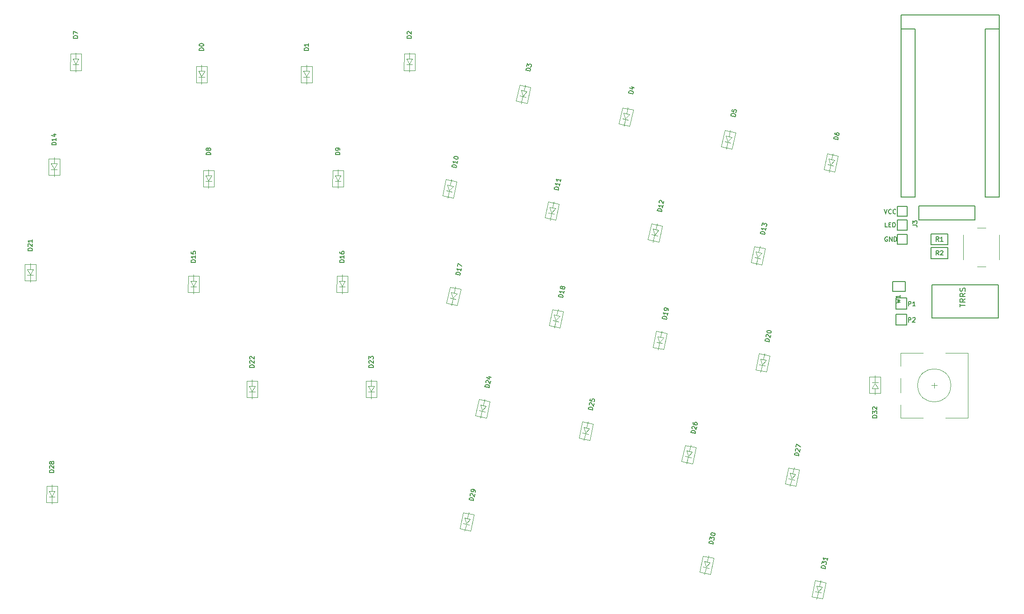
<source format=gto>
G04 #@! TF.GenerationSoftware,KiCad,Pcbnew,(5.1.6)-1*
G04 #@! TF.CreationDate,2020-07-24T14:43:52-07:00*
G04 #@! TF.ProjectId,Alipt-Keyboard-Left,416c6970-742d-44b6-9579-626f6172642d,rev?*
G04 #@! TF.SameCoordinates,Original*
G04 #@! TF.FileFunction,Legend,Top*
G04 #@! TF.FilePolarity,Positive*
%FSLAX46Y46*%
G04 Gerber Fmt 4.6, Leading zero omitted, Abs format (unit mm)*
G04 Created by KiCad (PCBNEW (5.1.6)-1) date 2020-07-24 14:43:52*
%MOMM*%
%LPD*%
G01*
G04 APERTURE LIST*
%ADD10C,0.150000*%
%ADD11C,0.120000*%
%ADD12C,0.152400*%
G04 APERTURE END LIST*
D10*
X228711499Y-78691245D02*
X231251499Y-78691245D01*
X216011499Y-48211245D02*
X213471499Y-48211245D01*
X213471499Y-48211245D02*
X213471499Y-78691245D01*
X213471499Y-45671245D02*
X213471499Y-78691245D01*
X231251499Y-45671245D02*
X213471499Y-45671245D01*
X213471499Y-78691245D02*
X216011499Y-78691245D01*
X231251499Y-48211245D02*
X228711499Y-48211245D01*
X231251499Y-78691245D02*
X231251499Y-45671245D01*
X228711499Y-48211245D02*
X228711499Y-78691245D01*
X216011499Y-78691245D02*
X216011499Y-48211245D01*
X231251499Y-78691245D02*
X231251499Y-48211245D01*
D11*
X208194500Y-112326000D02*
X209274500Y-112326000D01*
X208194500Y-113376000D02*
X209274500Y-113376000D01*
X208724500Y-112436000D02*
X208194500Y-113346000D01*
X208734500Y-112426000D02*
X209274500Y-113376000D01*
X207724500Y-111296000D02*
X209724500Y-111296000D01*
X208734500Y-111036000D02*
X208734500Y-112316000D01*
X208734500Y-114496000D02*
X208734500Y-113376000D01*
X207724500Y-114286000D02*
X209714500Y-114286000D01*
X209724500Y-111296000D02*
X209714500Y-114286000D01*
X207724500Y-111306000D02*
X207724500Y-114276000D01*
X198956002Y-150430117D02*
X197899602Y-150205573D01*
X199174309Y-149403062D02*
X198117909Y-149178518D01*
X198460454Y-150212328D02*
X199168071Y-149432407D01*
X198448593Y-150220030D02*
X198117909Y-149178518D01*
X199201582Y-151535328D02*
X197245287Y-151119504D01*
X198159596Y-151579655D02*
X198425723Y-150327626D01*
X198878970Y-148195265D02*
X198646109Y-149290790D01*
X199823238Y-148610666D02*
X197876724Y-148196922D01*
X197245287Y-151119504D02*
X197876724Y-148196922D01*
X199203661Y-151525546D02*
X199821159Y-148620448D01*
X178636002Y-145985117D02*
X177579602Y-145760573D01*
X178854309Y-144958062D02*
X177797909Y-144733518D01*
X178140454Y-145767328D02*
X178848071Y-144987407D01*
X178128593Y-145775030D02*
X177797909Y-144733518D01*
X178881582Y-147090328D02*
X176925287Y-146674504D01*
X177839596Y-147134655D02*
X178105723Y-145882626D01*
X178558970Y-143750265D02*
X178326109Y-144845790D01*
X179503238Y-144165666D02*
X177556724Y-143751922D01*
X176925287Y-146674504D02*
X177556724Y-143751922D01*
X178883661Y-147080546D02*
X179501159Y-144175448D01*
X135202002Y-138111117D02*
X134145602Y-137886573D01*
X135420309Y-137084062D02*
X134363909Y-136859518D01*
X134706454Y-137893328D02*
X135414071Y-137113407D01*
X134694593Y-137901030D02*
X134363909Y-136859518D01*
X135447582Y-139216328D02*
X133491287Y-138800504D01*
X134405596Y-139260655D02*
X134671723Y-138008626D01*
X135124970Y-135876265D02*
X134892109Y-136971790D01*
X136069238Y-136291666D02*
X134122724Y-135877922D01*
X133491287Y-138800504D02*
X134122724Y-135877922D01*
X135449661Y-139206546D02*
X136067159Y-136301448D01*
X60156500Y-133038000D02*
X59076500Y-133038000D01*
X60156500Y-131988000D02*
X59076500Y-131988000D01*
X59626500Y-132928000D02*
X60156500Y-132018000D01*
X59616500Y-132938000D02*
X59076500Y-131988000D01*
X60626500Y-134068000D02*
X58626500Y-134068000D01*
X59616500Y-134328000D02*
X59616500Y-133048000D01*
X59616500Y-130868000D02*
X59616500Y-131988000D01*
X60626500Y-131078000D02*
X58636500Y-131078000D01*
X58626500Y-134068000D02*
X58636500Y-131078000D01*
X60626500Y-134058000D02*
X60626500Y-131088000D01*
X194130002Y-129983117D02*
X193073602Y-129758573D01*
X194348309Y-128956062D02*
X193291909Y-128731518D01*
X193634454Y-129765328D02*
X194342071Y-128985407D01*
X193622593Y-129773030D02*
X193291909Y-128731518D01*
X194375582Y-131088328D02*
X192419287Y-130672504D01*
X193333596Y-131132655D02*
X193599723Y-129880626D01*
X194052970Y-127748265D02*
X193820109Y-128843790D01*
X194997238Y-128163666D02*
X193050724Y-127749922D01*
X192419287Y-130672504D02*
X193050724Y-127749922D01*
X194377661Y-131078546D02*
X194995159Y-128173448D01*
X175397502Y-125919117D02*
X174341102Y-125694573D01*
X175615809Y-124892062D02*
X174559409Y-124667518D01*
X174901954Y-125701328D02*
X175609571Y-124921407D01*
X174890093Y-125709030D02*
X174559409Y-124667518D01*
X175643082Y-127024328D02*
X173686787Y-126608504D01*
X174601096Y-127068655D02*
X174867223Y-125816626D01*
X175320470Y-123684265D02*
X175087609Y-124779790D01*
X176264738Y-124099666D02*
X174318224Y-123685922D01*
X173686787Y-126608504D02*
X174318224Y-123685922D01*
X175645161Y-127014546D02*
X176262659Y-124109448D01*
X156792002Y-121664617D02*
X155735602Y-121440073D01*
X157010309Y-120637562D02*
X155953909Y-120413018D01*
X156296454Y-121446828D02*
X157004071Y-120666907D01*
X156284593Y-121454530D02*
X155953909Y-120413018D01*
X157037582Y-122769828D02*
X155081287Y-122354004D01*
X155995596Y-122814155D02*
X156261723Y-121562126D01*
X156714970Y-119429765D02*
X156482109Y-120525290D01*
X157659238Y-119845166D02*
X155712724Y-119431422D01*
X155081287Y-122354004D02*
X155712724Y-119431422D01*
X157039661Y-122760046D02*
X157657159Y-119854948D01*
X138059502Y-117600617D02*
X137003102Y-117376073D01*
X138277809Y-116573562D02*
X137221409Y-116349018D01*
X137563954Y-117382828D02*
X138271571Y-116602907D01*
X137552093Y-117390530D02*
X137221409Y-116349018D01*
X138305082Y-118705828D02*
X136348787Y-118290004D01*
X137263096Y-118750155D02*
X137529223Y-117498126D01*
X137982470Y-115365765D02*
X137749609Y-116461290D01*
X138926738Y-115781166D02*
X136980224Y-115367422D01*
X136348787Y-118290004D02*
X136980224Y-115367422D01*
X138307161Y-118696046D02*
X138924659Y-115790948D01*
X118005000Y-113988000D02*
X116925000Y-113988000D01*
X118005000Y-112938000D02*
X116925000Y-112938000D01*
X117475000Y-113878000D02*
X118005000Y-112968000D01*
X117465000Y-113888000D02*
X116925000Y-112938000D01*
X118475000Y-115018000D02*
X116475000Y-115018000D01*
X117465000Y-115278000D02*
X117465000Y-113998000D01*
X117465000Y-111818000D02*
X117465000Y-112938000D01*
X118475000Y-112028000D02*
X116485000Y-112028000D01*
X116475000Y-115018000D02*
X116485000Y-112028000D01*
X118475000Y-115008000D02*
X118475000Y-112038000D01*
X96415000Y-113988000D02*
X95335000Y-113988000D01*
X96415000Y-112938000D02*
X95335000Y-112938000D01*
X95885000Y-113878000D02*
X96415000Y-112968000D01*
X95875000Y-113888000D02*
X95335000Y-112938000D01*
X96885000Y-115018000D02*
X94885000Y-115018000D01*
X95875000Y-115278000D02*
X95875000Y-113998000D01*
X95875000Y-111818000D02*
X95875000Y-112938000D01*
X96885000Y-112028000D02*
X94895000Y-112028000D01*
X94885000Y-115018000D02*
X94895000Y-112028000D01*
X96885000Y-115008000D02*
X96885000Y-112038000D01*
X56219500Y-92842500D02*
X55139500Y-92842500D01*
X56219500Y-91792500D02*
X55139500Y-91792500D01*
X55689500Y-92732500D02*
X56219500Y-91822500D01*
X55679500Y-92742500D02*
X55139500Y-91792500D01*
X56689500Y-93872500D02*
X54689500Y-93872500D01*
X55679500Y-94132500D02*
X55679500Y-92852500D01*
X55679500Y-90672500D02*
X55679500Y-91792500D01*
X56689500Y-90882500D02*
X54699500Y-90882500D01*
X54689500Y-93872500D02*
X54699500Y-90882500D01*
X56689500Y-93862500D02*
X56689500Y-90892500D01*
X188796002Y-109282117D02*
X187739602Y-109057573D01*
X189014309Y-108255062D02*
X187957909Y-108030518D01*
X188300454Y-109064328D02*
X189008071Y-108284407D01*
X188288593Y-109072030D02*
X187957909Y-108030518D01*
X189041582Y-110387328D02*
X187085287Y-109971504D01*
X187999596Y-110431655D02*
X188265723Y-109179626D01*
X188718970Y-107047265D02*
X188486109Y-108142790D01*
X189663238Y-107462666D02*
X187716724Y-107048922D01*
X187085287Y-109971504D02*
X187716724Y-107048922D01*
X189043661Y-110377546D02*
X189661159Y-107472448D01*
X170190502Y-105218117D02*
X169134102Y-104993573D01*
X170408809Y-104191062D02*
X169352409Y-103966518D01*
X169694954Y-105000328D02*
X170402571Y-104220407D01*
X169683093Y-105008030D02*
X169352409Y-103966518D01*
X170436082Y-106323328D02*
X168479787Y-105907504D01*
X169394096Y-106367655D02*
X169660223Y-105115626D01*
X170113470Y-102983265D02*
X169880609Y-104078790D01*
X171057738Y-103398666D02*
X169111224Y-102984922D01*
X168479787Y-105907504D02*
X169111224Y-102984922D01*
X170438161Y-106313546D02*
X171055659Y-103408448D01*
X151394502Y-101281117D02*
X150338102Y-101056573D01*
X151612809Y-100254062D02*
X150556409Y-100029518D01*
X150898954Y-101063328D02*
X151606571Y-100283407D01*
X150887093Y-101071030D02*
X150556409Y-100029518D01*
X151640082Y-102386328D02*
X149683787Y-101970504D01*
X150598096Y-102430655D02*
X150864223Y-101178626D01*
X151317470Y-99046265D02*
X151084609Y-100141790D01*
X152261738Y-99461666D02*
X150315224Y-99047922D01*
X149683787Y-101970504D02*
X150315224Y-99047922D01*
X151642161Y-102376546D02*
X152259659Y-99471448D01*
X132789002Y-97217117D02*
X131732602Y-96992573D01*
X133007309Y-96190062D02*
X131950909Y-95965518D01*
X132293454Y-96999328D02*
X133001071Y-96219407D01*
X132281593Y-97007030D02*
X131950909Y-95965518D01*
X133034582Y-98322328D02*
X131078287Y-97906504D01*
X131992596Y-98366655D02*
X132258723Y-97114626D01*
X132711970Y-94982265D02*
X132479109Y-96077790D01*
X133656238Y-95397666D02*
X131709724Y-94983922D01*
X131078287Y-97906504D02*
X131709724Y-94983922D01*
X133036661Y-98312546D02*
X133654159Y-95407448D01*
X112734500Y-94938000D02*
X111654500Y-94938000D01*
X112734500Y-93888000D02*
X111654500Y-93888000D01*
X112204500Y-94828000D02*
X112734500Y-93918000D01*
X112194500Y-94838000D02*
X111654500Y-93888000D01*
X113204500Y-95968000D02*
X111204500Y-95968000D01*
X112194500Y-96228000D02*
X112194500Y-94948000D01*
X112194500Y-92768000D02*
X112194500Y-93888000D01*
X113204500Y-92978000D02*
X111214500Y-92978000D01*
X111204500Y-95968000D02*
X111214500Y-92978000D01*
X113204500Y-95958000D02*
X113204500Y-92988000D01*
X85810500Y-94938000D02*
X84730500Y-94938000D01*
X85810500Y-93888000D02*
X84730500Y-93888000D01*
X85280500Y-94828000D02*
X85810500Y-93918000D01*
X85270500Y-94838000D02*
X84730500Y-93888000D01*
X86280500Y-95968000D02*
X84280500Y-95968000D01*
X85270500Y-96228000D02*
X85270500Y-94948000D01*
X85270500Y-92768000D02*
X85270500Y-93888000D01*
X86280500Y-92978000D02*
X84290500Y-92978000D01*
X84280500Y-95968000D02*
X84290500Y-92978000D01*
X86280500Y-95958000D02*
X86280500Y-92988000D01*
X60537500Y-73665500D02*
X59457500Y-73665500D01*
X60537500Y-72615500D02*
X59457500Y-72615500D01*
X60007500Y-73555500D02*
X60537500Y-72645500D01*
X59997500Y-73565500D02*
X59457500Y-72615500D01*
X61007500Y-74695500D02*
X59007500Y-74695500D01*
X59997500Y-74955500D02*
X59997500Y-73675500D01*
X59997500Y-71495500D02*
X59997500Y-72615500D01*
X61007500Y-71705500D02*
X59017500Y-71705500D01*
X59007500Y-74695500D02*
X59017500Y-71705500D01*
X61007500Y-74685500D02*
X61007500Y-71715500D01*
X187970502Y-89851117D02*
X186914102Y-89626573D01*
X188188809Y-88824062D02*
X187132409Y-88599518D01*
X187474954Y-89633328D02*
X188182571Y-88853407D01*
X187463093Y-89641030D02*
X187132409Y-88599518D01*
X188216082Y-90956328D02*
X186259787Y-90540504D01*
X187174096Y-91000655D02*
X187440223Y-89748626D01*
X187893470Y-87616265D02*
X187660609Y-88711790D01*
X188837738Y-88031666D02*
X186891224Y-87617922D01*
X186259787Y-90540504D02*
X186891224Y-87617922D01*
X188218161Y-90946546D02*
X188835659Y-88041448D01*
X169301502Y-85723617D02*
X168245102Y-85499073D01*
X169519809Y-84696562D02*
X168463409Y-84472018D01*
X168805954Y-85505828D02*
X169513571Y-84725907D01*
X168794093Y-85513530D02*
X168463409Y-84472018D01*
X169547082Y-86828828D02*
X167590787Y-86413004D01*
X168505096Y-86873155D02*
X168771223Y-85621126D01*
X169224470Y-83488765D02*
X168991609Y-84584290D01*
X170168738Y-83904166D02*
X168222224Y-83490422D01*
X167590787Y-86413004D02*
X168222224Y-83490422D01*
X169549161Y-86819046D02*
X170166659Y-83913948D01*
X150622454Y-81758864D02*
X149566054Y-81534320D01*
X150840761Y-80731809D02*
X149784361Y-80507265D01*
X150126906Y-81541075D02*
X150834523Y-80761154D01*
X150115045Y-81548777D02*
X149784361Y-80507265D01*
X150868034Y-82864075D02*
X148911739Y-82448251D01*
X149826048Y-82908402D02*
X150092175Y-81656373D01*
X150545422Y-79524012D02*
X150312561Y-80619537D01*
X151489690Y-79939413D02*
X149543176Y-79525669D01*
X148911739Y-82448251D02*
X149543176Y-79525669D01*
X150870113Y-82854293D02*
X151487611Y-79949195D01*
X132090502Y-77722617D02*
X131034102Y-77498073D01*
X132308809Y-76695562D02*
X131252409Y-76471018D01*
X131594954Y-77504828D02*
X132302571Y-76724907D01*
X131583093Y-77512530D02*
X131252409Y-76471018D01*
X132336082Y-78827828D02*
X130379787Y-78412004D01*
X131294096Y-78872155D02*
X131560223Y-77620126D01*
X132013470Y-75487765D02*
X131780609Y-76583290D01*
X132957738Y-75903166D02*
X131011224Y-75489422D01*
X130379787Y-78412004D02*
X131011224Y-75489422D01*
X132338161Y-78818046D02*
X132955659Y-75912948D01*
X112442500Y-76844500D02*
X112442500Y-73874500D01*
X110442500Y-76854500D02*
X110452500Y-73864500D01*
X112442500Y-73864500D02*
X110452500Y-73864500D01*
X111432500Y-73654500D02*
X111432500Y-74774500D01*
X111432500Y-77114500D02*
X111432500Y-75834500D01*
X112442500Y-76854500D02*
X110442500Y-76854500D01*
X111432500Y-75724500D02*
X110892500Y-74774500D01*
X111442500Y-75714500D02*
X111972500Y-74804500D01*
X111972500Y-74774500D02*
X110892500Y-74774500D01*
X111972500Y-75824500D02*
X110892500Y-75824500D01*
X88541000Y-75824500D02*
X87461000Y-75824500D01*
X88541000Y-74774500D02*
X87461000Y-74774500D01*
X88011000Y-75714500D02*
X88541000Y-74804500D01*
X88001000Y-75724500D02*
X87461000Y-74774500D01*
X89011000Y-76854500D02*
X87011000Y-76854500D01*
X88001000Y-77114500D02*
X88001000Y-75834500D01*
X88001000Y-73654500D02*
X88001000Y-74774500D01*
X89011000Y-73864500D02*
X87021000Y-73864500D01*
X87011000Y-76854500D02*
X87021000Y-73864500D01*
X89011000Y-76844500D02*
X89011000Y-73874500D01*
X64474500Y-54679000D02*
X63394500Y-54679000D01*
X64474500Y-53629000D02*
X63394500Y-53629000D01*
X63944500Y-54569000D02*
X64474500Y-53659000D01*
X63934500Y-54579000D02*
X63394500Y-53629000D01*
X64944500Y-55709000D02*
X62944500Y-55709000D01*
X63934500Y-55969000D02*
X63934500Y-54689000D01*
X63934500Y-52509000D02*
X63934500Y-53629000D01*
X64944500Y-52719000D02*
X62954500Y-52719000D01*
X62944500Y-55709000D02*
X62954500Y-52719000D01*
X64944500Y-55699000D02*
X64944500Y-52729000D01*
X201178502Y-73023617D02*
X200122102Y-72799073D01*
X201396809Y-71996562D02*
X200340409Y-71772018D01*
X200682954Y-72805828D02*
X201390571Y-72025907D01*
X200671093Y-72813530D02*
X200340409Y-71772018D01*
X201424082Y-74128828D02*
X199467787Y-73713004D01*
X200382096Y-74173155D02*
X200648223Y-72921126D01*
X201101470Y-70788765D02*
X200868609Y-71884290D01*
X202045738Y-71204166D02*
X200099224Y-70790422D01*
X199467787Y-73713004D02*
X200099224Y-70790422D01*
X201426161Y-74119046D02*
X202043659Y-71213948D01*
X182573002Y-68832617D02*
X181516602Y-68608073D01*
X182791309Y-67805562D02*
X181734909Y-67581018D01*
X182077454Y-68614828D02*
X182785071Y-67834907D01*
X182065593Y-68622530D02*
X181734909Y-67581018D01*
X182818582Y-69937828D02*
X180862287Y-69522004D01*
X181776596Y-69982155D02*
X182042723Y-68730126D01*
X182495970Y-66597765D02*
X182263109Y-67693290D01*
X183440238Y-67013166D02*
X181493724Y-66599422D01*
X180862287Y-69522004D02*
X181493724Y-66599422D01*
X182820661Y-69928046D02*
X183438159Y-67022948D01*
X164031002Y-64705117D02*
X162974602Y-64480573D01*
X164249309Y-63678062D02*
X163192909Y-63453518D01*
X163535454Y-64487328D02*
X164243071Y-63707407D01*
X163523593Y-64495030D02*
X163192909Y-63453518D01*
X164276582Y-65810328D02*
X162320287Y-65394504D01*
X163234596Y-65854655D02*
X163500723Y-64602626D01*
X163953970Y-62470265D02*
X163721109Y-63565790D01*
X164898238Y-62885666D02*
X162951724Y-62471922D01*
X162320287Y-65394504D02*
X162951724Y-62471922D01*
X164278661Y-65800546D02*
X164896159Y-62895448D01*
X145425502Y-60577617D02*
X144369102Y-60353073D01*
X145643809Y-59550562D02*
X144587409Y-59326018D01*
X144929954Y-60359828D02*
X145637571Y-59579907D01*
X144918093Y-60367530D02*
X144587409Y-59326018D01*
X145671082Y-61682828D02*
X143714787Y-61267004D01*
X144629096Y-61727155D02*
X144895223Y-60475126D01*
X145348470Y-58342765D02*
X145115609Y-59438290D01*
X146292738Y-58758166D02*
X144346224Y-58344422D01*
X143714787Y-61267004D02*
X144346224Y-58344422D01*
X145673161Y-61673046D02*
X146290659Y-58767948D01*
X124926500Y-54679000D02*
X123846500Y-54679000D01*
X124926500Y-53629000D02*
X123846500Y-53629000D01*
X124396500Y-54569000D02*
X124926500Y-53659000D01*
X124386500Y-54579000D02*
X123846500Y-53629000D01*
X125396500Y-55709000D02*
X123396500Y-55709000D01*
X124386500Y-55969000D02*
X124386500Y-54689000D01*
X124386500Y-52509000D02*
X124386500Y-53629000D01*
X125396500Y-52719000D02*
X123406500Y-52719000D01*
X123396500Y-55709000D02*
X123406500Y-52719000D01*
X125396500Y-55699000D02*
X125396500Y-52729000D01*
X106257500Y-56901500D02*
X105177500Y-56901500D01*
X106257500Y-55851500D02*
X105177500Y-55851500D01*
X105727500Y-56791500D02*
X106257500Y-55881500D01*
X105717500Y-56801500D02*
X105177500Y-55851500D01*
X106727500Y-57931500D02*
X104727500Y-57931500D01*
X105717500Y-58191500D02*
X105717500Y-56911500D01*
X105717500Y-54731500D02*
X105717500Y-55851500D01*
X106727500Y-54941500D02*
X104737500Y-54941500D01*
X104727500Y-57931500D02*
X104737500Y-54941500D01*
X106727500Y-57921500D02*
X106727500Y-54951500D01*
X87271000Y-56901500D02*
X86191000Y-56901500D01*
X87271000Y-55851500D02*
X86191000Y-55851500D01*
X86741000Y-56791500D02*
X87271000Y-55881500D01*
X86731000Y-56801500D02*
X86191000Y-55851500D01*
X87741000Y-57931500D02*
X85741000Y-57931500D01*
X86731000Y-58191500D02*
X86731000Y-56911500D01*
X86731000Y-54731500D02*
X86731000Y-55851500D01*
X87741000Y-54941500D02*
X85751000Y-54941500D01*
X85741000Y-57931500D02*
X85751000Y-54941500D01*
X87741000Y-57921500D02*
X87741000Y-54951500D01*
D10*
X212777501Y-85456501D02*
X214577501Y-85456501D01*
X212777501Y-80356501D02*
X214577501Y-80356501D01*
X214577501Y-80356501D02*
X214577501Y-82156501D01*
X214577501Y-82156501D02*
X212777501Y-82156501D01*
X212777501Y-82156501D02*
X212777501Y-80356501D01*
X212777501Y-82856501D02*
X214577501Y-82856501D01*
X214577501Y-84656501D02*
X212777501Y-84656501D01*
X214577501Y-82856501D02*
X214577501Y-84656501D01*
X212777501Y-82856501D02*
X212777501Y-84656501D01*
X214577501Y-85456501D02*
X214577501Y-87256501D01*
X214577501Y-87256501D02*
X212777501Y-87256501D01*
X212777501Y-85456501D02*
X212777501Y-87256501D01*
X219076500Y-94599500D02*
X231076500Y-94599500D01*
X219076500Y-100599500D02*
X219076500Y-94599500D01*
X231076500Y-100599500D02*
X219076500Y-100599500D01*
X231076500Y-94599500D02*
X231076500Y-100599500D01*
X216632091Y-82867500D02*
X226792091Y-82867500D01*
X216632091Y-80327500D02*
X226792091Y-80327500D01*
X226792091Y-80327500D02*
X226792091Y-82867500D01*
X216632091Y-82867500D02*
X216632091Y-80327500D01*
X214487000Y-96980500D02*
X212487000Y-96980500D01*
X214487000Y-98980500D02*
X214487000Y-96980500D01*
X212487000Y-98980500D02*
X214487000Y-98980500D01*
X212487000Y-96980500D02*
X212487000Y-98980500D01*
X212487000Y-99901500D02*
X212487000Y-101901500D01*
X212487000Y-101901500D02*
X214487000Y-101901500D01*
X214487000Y-101901500D02*
X214487000Y-99901500D01*
X214487000Y-99901500D02*
X212487000Y-99901500D01*
X221909640Y-85337001D02*
X218907360Y-85337001D01*
X221909640Y-87338521D02*
X221909640Y-85337001D01*
X218907360Y-87338521D02*
X221909640Y-87338521D01*
X218907360Y-85337001D02*
X218907360Y-87338521D01*
X218907360Y-87835740D02*
X218907360Y-89837260D01*
X218907360Y-89837260D02*
X221909640Y-89837260D01*
X221909640Y-89837260D02*
X221909640Y-87835740D01*
X221909640Y-87835740D02*
X218907360Y-87835740D01*
D11*
X222456000Y-112839500D02*
G75*
G03*
X222456000Y-112839500I-3000000J0D01*
G01*
X217456000Y-118739500D02*
X213356000Y-118739500D01*
X213356000Y-106939500D02*
X217456000Y-106939500D01*
X221456000Y-106939500D02*
X225556000Y-106939500D01*
X221456000Y-118739500D02*
X225556000Y-118739500D01*
X225556000Y-118739500D02*
X225556000Y-106939500D01*
X213356000Y-118739500D02*
X213356000Y-116339500D01*
X213356000Y-114139500D02*
X213356000Y-111539500D01*
X213356000Y-109339500D02*
X213356000Y-106939500D01*
X219456000Y-113339500D02*
X219456000Y-112339500D01*
X219956000Y-112839500D02*
X218956000Y-112839500D01*
D10*
X211899500Y-95758000D02*
X211899500Y-93980000D01*
X214185500Y-95758000D02*
X211899500Y-95758000D01*
X214185500Y-93980000D02*
X214185500Y-95758000D01*
X211899500Y-93980000D02*
X214185500Y-93980000D01*
D11*
X227251000Y-91268500D02*
X228751000Y-91268500D01*
X231251000Y-90018500D02*
X231251000Y-85518500D01*
X228751000Y-84268500D02*
X227251000Y-84268500D01*
X224751000Y-85518500D02*
X224751000Y-90018500D01*
D10*
X209086404Y-118707428D02*
X208286404Y-118707428D01*
X208286404Y-118516952D01*
X208324500Y-118402666D01*
X208400690Y-118326476D01*
X208476880Y-118288380D01*
X208629261Y-118250285D01*
X208743547Y-118250285D01*
X208895928Y-118288380D01*
X208972119Y-118326476D01*
X209048309Y-118402666D01*
X209086404Y-118516952D01*
X209086404Y-118707428D01*
X208286404Y-117983619D02*
X208286404Y-117488380D01*
X208591166Y-117755047D01*
X208591166Y-117640761D01*
X208629261Y-117564571D01*
X208667357Y-117526476D01*
X208743547Y-117488380D01*
X208934023Y-117488380D01*
X209010214Y-117526476D01*
X209048309Y-117564571D01*
X209086404Y-117640761D01*
X209086404Y-117869333D01*
X209048309Y-117945523D01*
X209010214Y-117983619D01*
X208362595Y-117183619D02*
X208324500Y-117145523D01*
X208286404Y-117069333D01*
X208286404Y-116878857D01*
X208324500Y-116802666D01*
X208362595Y-116764571D01*
X208438785Y-116726476D01*
X208514976Y-116726476D01*
X208629261Y-116764571D01*
X209086404Y-117221714D01*
X209086404Y-116726476D01*
X199714410Y-146053590D02*
X198931892Y-145887261D01*
X198971495Y-145700947D01*
X199032519Y-145597079D01*
X199122885Y-145538395D01*
X199205331Y-145516973D01*
X199362303Y-145511392D01*
X199474091Y-145535153D01*
X199615221Y-145604098D01*
X199681827Y-145657201D01*
X199740511Y-145747568D01*
X199754013Y-145867276D01*
X199714410Y-146053590D01*
X199082381Y-145179268D02*
X199185347Y-144694852D01*
X199428006Y-145019055D01*
X199451767Y-144907267D01*
X199504871Y-144840662D01*
X199550054Y-144811320D01*
X199632500Y-144789898D01*
X199818814Y-144829500D01*
X199885419Y-144882604D01*
X199914761Y-144927787D01*
X199936183Y-145010233D01*
X199888660Y-145233809D01*
X199835557Y-145300414D01*
X199790373Y-145329757D01*
X200126274Y-144115926D02*
X200031228Y-144563080D01*
X200078751Y-144339503D02*
X199296233Y-144173174D01*
X199392180Y-144271461D01*
X199450865Y-144361827D01*
X199472287Y-144444273D01*
X179394410Y-141608590D02*
X178611892Y-141442261D01*
X178651495Y-141255947D01*
X178712519Y-141152079D01*
X178802885Y-141093395D01*
X178885331Y-141071973D01*
X179042303Y-141066392D01*
X179154091Y-141090153D01*
X179295221Y-141159098D01*
X179361827Y-141212201D01*
X179420511Y-141302568D01*
X179434013Y-141422276D01*
X179394410Y-141608590D01*
X178762381Y-140734268D02*
X178865347Y-140249852D01*
X179108006Y-140574055D01*
X179131767Y-140462267D01*
X179184871Y-140395662D01*
X179230054Y-140366320D01*
X179312500Y-140344898D01*
X179498814Y-140384500D01*
X179565419Y-140437604D01*
X179594761Y-140482787D01*
X179616183Y-140565233D01*
X179568660Y-140788809D01*
X179515557Y-140855414D01*
X179470373Y-140884757D01*
X178968312Y-139765436D02*
X178984153Y-139690911D01*
X179037257Y-139624306D01*
X179082440Y-139594964D01*
X179164886Y-139573542D01*
X179321858Y-139567961D01*
X179508171Y-139607563D01*
X179649302Y-139676507D01*
X179715907Y-139729611D01*
X179745249Y-139774794D01*
X179766671Y-139857240D01*
X179750830Y-139931766D01*
X179697727Y-139998371D01*
X179652544Y-140027713D01*
X179570098Y-140049135D01*
X179413126Y-140054716D01*
X179226812Y-140015114D01*
X179085682Y-139946169D01*
X179019077Y-139893066D01*
X178989734Y-139847882D01*
X178968312Y-139765436D01*
X135960410Y-133734590D02*
X135177892Y-133568261D01*
X135217495Y-133381947D01*
X135278519Y-133278079D01*
X135368885Y-133219395D01*
X135451331Y-133197973D01*
X135608303Y-133192392D01*
X135720091Y-133216153D01*
X135861221Y-133285098D01*
X135927827Y-133338201D01*
X135986511Y-133428568D01*
X136000013Y-133548276D01*
X135960410Y-133734590D01*
X135410827Y-132838846D02*
X135381484Y-132793663D01*
X135360063Y-132711217D01*
X135399665Y-132524903D01*
X135452768Y-132458298D01*
X135497952Y-132428956D01*
X135580398Y-132407534D01*
X135654923Y-132423375D01*
X135758791Y-132484399D01*
X136110899Y-133026598D01*
X136213865Y-132542182D01*
X136293069Y-132169554D02*
X136324751Y-132020503D01*
X136303329Y-131938057D01*
X136273987Y-131892874D01*
X136178039Y-131794587D01*
X136036909Y-131725642D01*
X135738807Y-131662279D01*
X135656361Y-131683701D01*
X135611177Y-131713043D01*
X135558074Y-131779648D01*
X135526392Y-131928699D01*
X135547814Y-132011145D01*
X135577156Y-132056328D01*
X135643761Y-132109432D01*
X135830075Y-132149034D01*
X135912521Y-132127612D01*
X135957704Y-132098270D01*
X136010808Y-132031665D01*
X136042490Y-131882614D01*
X136021068Y-131800168D01*
X135991725Y-131754985D01*
X135925120Y-131701881D01*
X59988404Y-128599428D02*
X59188404Y-128599428D01*
X59188404Y-128408952D01*
X59226500Y-128294666D01*
X59302690Y-128218476D01*
X59378880Y-128180380D01*
X59531261Y-128142285D01*
X59645547Y-128142285D01*
X59797928Y-128180380D01*
X59874119Y-128218476D01*
X59950309Y-128294666D01*
X59988404Y-128408952D01*
X59988404Y-128599428D01*
X59264595Y-127837523D02*
X59226500Y-127799428D01*
X59188404Y-127723238D01*
X59188404Y-127532761D01*
X59226500Y-127456571D01*
X59264595Y-127418476D01*
X59340785Y-127380380D01*
X59416976Y-127380380D01*
X59531261Y-127418476D01*
X59988404Y-127875619D01*
X59988404Y-127380380D01*
X59531261Y-126923238D02*
X59493166Y-126999428D01*
X59455071Y-127037523D01*
X59378880Y-127075619D01*
X59340785Y-127075619D01*
X59264595Y-127037523D01*
X59226500Y-126999428D01*
X59188404Y-126923238D01*
X59188404Y-126770857D01*
X59226500Y-126694666D01*
X59264595Y-126656571D01*
X59340785Y-126618476D01*
X59378880Y-126618476D01*
X59455071Y-126656571D01*
X59493166Y-126694666D01*
X59531261Y-126770857D01*
X59531261Y-126923238D01*
X59569357Y-126999428D01*
X59607452Y-127037523D01*
X59683642Y-127075619D01*
X59836023Y-127075619D01*
X59912214Y-127037523D01*
X59950309Y-126999428D01*
X59988404Y-126923238D01*
X59988404Y-126770857D01*
X59950309Y-126694666D01*
X59912214Y-126656571D01*
X59836023Y-126618476D01*
X59683642Y-126618476D01*
X59607452Y-126656571D01*
X59569357Y-126694666D01*
X59531261Y-126770857D01*
X194888410Y-125606590D02*
X194105892Y-125440261D01*
X194145495Y-125253947D01*
X194206519Y-125150079D01*
X194296885Y-125091395D01*
X194379331Y-125069973D01*
X194536303Y-125064392D01*
X194648091Y-125088153D01*
X194789221Y-125157098D01*
X194855827Y-125210201D01*
X194914511Y-125300568D01*
X194928013Y-125420276D01*
X194888410Y-125606590D01*
X194338827Y-124710846D02*
X194309484Y-124665663D01*
X194288063Y-124583217D01*
X194327665Y-124396903D01*
X194380768Y-124330298D01*
X194425952Y-124300956D01*
X194508398Y-124279534D01*
X194582923Y-124295375D01*
X194686791Y-124356399D01*
X195038899Y-124898598D01*
X195141865Y-124414182D01*
X194414790Y-123987013D02*
X194525676Y-123465334D01*
X195236910Y-123967029D01*
X176155910Y-121542590D02*
X175373392Y-121376261D01*
X175412995Y-121189947D01*
X175474019Y-121086079D01*
X175564385Y-121027395D01*
X175646831Y-121005973D01*
X175803803Y-121000392D01*
X175915591Y-121024153D01*
X176056721Y-121093098D01*
X176123327Y-121146201D01*
X176182011Y-121236568D01*
X176195513Y-121356276D01*
X176155910Y-121542590D01*
X175606327Y-120646846D02*
X175576984Y-120601663D01*
X175555563Y-120519217D01*
X175595165Y-120332903D01*
X175648268Y-120266298D01*
X175693452Y-120236956D01*
X175775898Y-120215534D01*
X175850423Y-120231375D01*
X175954291Y-120292399D01*
X176306399Y-120834598D01*
X176409365Y-120350182D01*
X175769415Y-119513123D02*
X175737733Y-119662174D01*
X175759155Y-119744620D01*
X175788497Y-119789803D01*
X175884444Y-119888090D01*
X176025575Y-119957034D01*
X176323677Y-120020398D01*
X176406123Y-119998976D01*
X176451306Y-119969634D01*
X176504410Y-119903029D01*
X176536092Y-119753978D01*
X176514670Y-119671532D01*
X176485328Y-119626348D01*
X176418723Y-119573245D01*
X176232409Y-119533642D01*
X176149963Y-119555064D01*
X176104779Y-119584407D01*
X176051676Y-119651012D01*
X176019994Y-119800063D01*
X176041416Y-119882509D01*
X176070758Y-119927692D01*
X176137363Y-119980796D01*
X157550410Y-117288090D02*
X156767892Y-117121761D01*
X156807495Y-116935447D01*
X156868519Y-116831579D01*
X156958885Y-116772895D01*
X157041331Y-116751473D01*
X157198303Y-116745892D01*
X157310091Y-116769653D01*
X157451221Y-116838598D01*
X157517827Y-116891701D01*
X157576511Y-116982068D01*
X157590013Y-117101776D01*
X157550410Y-117288090D01*
X157000827Y-116392346D02*
X156971484Y-116347163D01*
X156950063Y-116264717D01*
X156989665Y-116078403D01*
X157042768Y-116011798D01*
X157087952Y-115982456D01*
X157170398Y-115961034D01*
X157244923Y-115976875D01*
X157348791Y-116037899D01*
X157700899Y-116580098D01*
X157803865Y-116095682D01*
X157171835Y-115221360D02*
X157092631Y-115593988D01*
X157457338Y-115710455D01*
X157427995Y-115665272D01*
X157406574Y-115582826D01*
X157446176Y-115396512D01*
X157499279Y-115329907D01*
X157544463Y-115300564D01*
X157626909Y-115279142D01*
X157813223Y-115318745D01*
X157879828Y-115371848D01*
X157909170Y-115417032D01*
X157930592Y-115499478D01*
X157890990Y-115685791D01*
X157837886Y-115752396D01*
X157792703Y-115781739D01*
X138817910Y-113224090D02*
X138035392Y-113057761D01*
X138074995Y-112871447D01*
X138136019Y-112767579D01*
X138226385Y-112708895D01*
X138308831Y-112687473D01*
X138465803Y-112681892D01*
X138577591Y-112705653D01*
X138718721Y-112774598D01*
X138785327Y-112827701D01*
X138844011Y-112918068D01*
X138857513Y-113037776D01*
X138817910Y-113224090D01*
X138268327Y-112328346D02*
X138238984Y-112283163D01*
X138217563Y-112200717D01*
X138257165Y-112014403D01*
X138310268Y-111947798D01*
X138355452Y-111918456D01*
X138437898Y-111897034D01*
X138512423Y-111912875D01*
X138616291Y-111973899D01*
X138968399Y-112516098D01*
X139071365Y-112031682D01*
X138692254Y-111250066D02*
X139213933Y-111360952D01*
X138354550Y-111373016D02*
X138873889Y-111678137D01*
X138976855Y-111193721D01*
X117836904Y-109549428D02*
X117036904Y-109549428D01*
X117036904Y-109358952D01*
X117075000Y-109244666D01*
X117151190Y-109168476D01*
X117227380Y-109130380D01*
X117379761Y-109092285D01*
X117494047Y-109092285D01*
X117646428Y-109130380D01*
X117722619Y-109168476D01*
X117798809Y-109244666D01*
X117836904Y-109358952D01*
X117836904Y-109549428D01*
X117113095Y-108787523D02*
X117075000Y-108749428D01*
X117036904Y-108673238D01*
X117036904Y-108482761D01*
X117075000Y-108406571D01*
X117113095Y-108368476D01*
X117189285Y-108330380D01*
X117265476Y-108330380D01*
X117379761Y-108368476D01*
X117836904Y-108825619D01*
X117836904Y-108330380D01*
X117036904Y-108063714D02*
X117036904Y-107568476D01*
X117341666Y-107835142D01*
X117341666Y-107720857D01*
X117379761Y-107644666D01*
X117417857Y-107606571D01*
X117494047Y-107568476D01*
X117684523Y-107568476D01*
X117760714Y-107606571D01*
X117798809Y-107644666D01*
X117836904Y-107720857D01*
X117836904Y-107949428D01*
X117798809Y-108025619D01*
X117760714Y-108063714D01*
X96246904Y-109549428D02*
X95446904Y-109549428D01*
X95446904Y-109358952D01*
X95485000Y-109244666D01*
X95561190Y-109168476D01*
X95637380Y-109130380D01*
X95789761Y-109092285D01*
X95904047Y-109092285D01*
X96056428Y-109130380D01*
X96132619Y-109168476D01*
X96208809Y-109244666D01*
X96246904Y-109358952D01*
X96246904Y-109549428D01*
X95523095Y-108787523D02*
X95485000Y-108749428D01*
X95446904Y-108673238D01*
X95446904Y-108482761D01*
X95485000Y-108406571D01*
X95523095Y-108368476D01*
X95599285Y-108330380D01*
X95675476Y-108330380D01*
X95789761Y-108368476D01*
X96246904Y-108825619D01*
X96246904Y-108330380D01*
X95523095Y-108025619D02*
X95485000Y-107987523D01*
X95446904Y-107911333D01*
X95446904Y-107720857D01*
X95485000Y-107644666D01*
X95523095Y-107606571D01*
X95599285Y-107568476D01*
X95675476Y-107568476D01*
X95789761Y-107606571D01*
X96246904Y-108063714D01*
X96246904Y-107568476D01*
X56051404Y-88403928D02*
X55251404Y-88403928D01*
X55251404Y-88213452D01*
X55289500Y-88099166D01*
X55365690Y-88022976D01*
X55441880Y-87984880D01*
X55594261Y-87946785D01*
X55708547Y-87946785D01*
X55860928Y-87984880D01*
X55937119Y-88022976D01*
X56013309Y-88099166D01*
X56051404Y-88213452D01*
X56051404Y-88403928D01*
X55327595Y-87642023D02*
X55289500Y-87603928D01*
X55251404Y-87527738D01*
X55251404Y-87337261D01*
X55289500Y-87261071D01*
X55327595Y-87222976D01*
X55403785Y-87184880D01*
X55479976Y-87184880D01*
X55594261Y-87222976D01*
X56051404Y-87680119D01*
X56051404Y-87184880D01*
X56051404Y-86422976D02*
X56051404Y-86880119D01*
X56051404Y-86651547D02*
X55251404Y-86651547D01*
X55365690Y-86727738D01*
X55441880Y-86803928D01*
X55479976Y-86880119D01*
X189554410Y-104905590D02*
X188771892Y-104739261D01*
X188811495Y-104552947D01*
X188872519Y-104449079D01*
X188962885Y-104390395D01*
X189045331Y-104368973D01*
X189202303Y-104363392D01*
X189314091Y-104387153D01*
X189455221Y-104456098D01*
X189521827Y-104509201D01*
X189580511Y-104599568D01*
X189594013Y-104719276D01*
X189554410Y-104905590D01*
X189004827Y-104009846D02*
X188975484Y-103964663D01*
X188954063Y-103882217D01*
X188993665Y-103695903D01*
X189046768Y-103629298D01*
X189091952Y-103599956D01*
X189174398Y-103578534D01*
X189248923Y-103594375D01*
X189352791Y-103655399D01*
X189704899Y-104197598D01*
X189807865Y-103713182D01*
X189128312Y-103062436D02*
X189144153Y-102987911D01*
X189197257Y-102921306D01*
X189242440Y-102891964D01*
X189324886Y-102870542D01*
X189481858Y-102864961D01*
X189668171Y-102904563D01*
X189809302Y-102973507D01*
X189875907Y-103026611D01*
X189905249Y-103071794D01*
X189926671Y-103154240D01*
X189910830Y-103228766D01*
X189857727Y-103295371D01*
X189812544Y-103324713D01*
X189730098Y-103346135D01*
X189573126Y-103351716D01*
X189386812Y-103312114D01*
X189245682Y-103243169D01*
X189179077Y-103190066D01*
X189149734Y-103144882D01*
X189128312Y-103062436D01*
X170948910Y-100841590D02*
X170166392Y-100675261D01*
X170205995Y-100488947D01*
X170267019Y-100385079D01*
X170357385Y-100326395D01*
X170439831Y-100304973D01*
X170596803Y-100299392D01*
X170708591Y-100323153D01*
X170849721Y-100392098D01*
X170916327Y-100445201D01*
X170975011Y-100535568D01*
X170988513Y-100655276D01*
X170948910Y-100841590D01*
X171202365Y-99649182D02*
X171107319Y-100096335D01*
X171154842Y-99872758D02*
X170372324Y-99706429D01*
X170468271Y-99804716D01*
X170526956Y-99895082D01*
X170548378Y-99977528D01*
X171281569Y-99276554D02*
X171313251Y-99127503D01*
X171291829Y-99045057D01*
X171262487Y-98999874D01*
X171166539Y-98901587D01*
X171025409Y-98832642D01*
X170727307Y-98769279D01*
X170644861Y-98790701D01*
X170599677Y-98820043D01*
X170546574Y-98886648D01*
X170514892Y-99035699D01*
X170536314Y-99118145D01*
X170565656Y-99163328D01*
X170632261Y-99216432D01*
X170818575Y-99256034D01*
X170901021Y-99234612D01*
X170946204Y-99205270D01*
X170999308Y-99138665D01*
X171030990Y-98989614D01*
X171009568Y-98907168D01*
X170980225Y-98861985D01*
X170913620Y-98808881D01*
X152152910Y-96904590D02*
X151370392Y-96738261D01*
X151409995Y-96551947D01*
X151471019Y-96448079D01*
X151561385Y-96389395D01*
X151643831Y-96367973D01*
X151800803Y-96362392D01*
X151912591Y-96386153D01*
X152053721Y-96455098D01*
X152120327Y-96508201D01*
X152179011Y-96598568D01*
X152192513Y-96718276D01*
X152152910Y-96904590D01*
X152406365Y-95712182D02*
X152311319Y-96159335D01*
X152358842Y-95935758D02*
X151576324Y-95769429D01*
X151672271Y-95867716D01*
X151730956Y-95958082D01*
X151752378Y-96040528D01*
X152054257Y-95169983D02*
X152001153Y-95236588D01*
X151955970Y-95265931D01*
X151873524Y-95287353D01*
X151836261Y-95279432D01*
X151769656Y-95226328D01*
X151740314Y-95181145D01*
X151718892Y-95098699D01*
X151750574Y-94949648D01*
X151803677Y-94883043D01*
X151848861Y-94853701D01*
X151931307Y-94832279D01*
X151968569Y-94840199D01*
X152035174Y-94893303D01*
X152064517Y-94938486D01*
X152085939Y-95020932D01*
X152054257Y-95169983D01*
X152075679Y-95252429D01*
X152105021Y-95297612D01*
X152171626Y-95350716D01*
X152320677Y-95382398D01*
X152403123Y-95360976D01*
X152448306Y-95331634D01*
X152501410Y-95265029D01*
X152533092Y-95115978D01*
X152511670Y-95033532D01*
X152482328Y-94988348D01*
X152415723Y-94935245D01*
X152266671Y-94903563D01*
X152184225Y-94924985D01*
X152139042Y-94954327D01*
X152085939Y-95020932D01*
X133547410Y-92840590D02*
X132764892Y-92674261D01*
X132804495Y-92487947D01*
X132865519Y-92384079D01*
X132955885Y-92325395D01*
X133038331Y-92303973D01*
X133195303Y-92298392D01*
X133307091Y-92322153D01*
X133448221Y-92391098D01*
X133514827Y-92444201D01*
X133573511Y-92534568D01*
X133587013Y-92654276D01*
X133547410Y-92840590D01*
X133800865Y-91648182D02*
X133705819Y-92095335D01*
X133753342Y-91871758D02*
X132970824Y-91705429D01*
X133066771Y-91803716D01*
X133125456Y-91894082D01*
X133146878Y-91976528D01*
X133073790Y-91221013D02*
X133184676Y-90699334D01*
X133895910Y-91201029D01*
X112566404Y-90499428D02*
X111766404Y-90499428D01*
X111766404Y-90308952D01*
X111804500Y-90194666D01*
X111880690Y-90118476D01*
X111956880Y-90080380D01*
X112109261Y-90042285D01*
X112223547Y-90042285D01*
X112375928Y-90080380D01*
X112452119Y-90118476D01*
X112528309Y-90194666D01*
X112566404Y-90308952D01*
X112566404Y-90499428D01*
X112566404Y-89280380D02*
X112566404Y-89737523D01*
X112566404Y-89508952D02*
X111766404Y-89508952D01*
X111880690Y-89585142D01*
X111956880Y-89661333D01*
X111994976Y-89737523D01*
X111766404Y-88594666D02*
X111766404Y-88747047D01*
X111804500Y-88823238D01*
X111842595Y-88861333D01*
X111956880Y-88937523D01*
X112109261Y-88975619D01*
X112414023Y-88975619D01*
X112490214Y-88937523D01*
X112528309Y-88899428D01*
X112566404Y-88823238D01*
X112566404Y-88670857D01*
X112528309Y-88594666D01*
X112490214Y-88556571D01*
X112414023Y-88518476D01*
X112223547Y-88518476D01*
X112147357Y-88556571D01*
X112109261Y-88594666D01*
X112071166Y-88670857D01*
X112071166Y-88823238D01*
X112109261Y-88899428D01*
X112147357Y-88937523D01*
X112223547Y-88975619D01*
X85642404Y-90499428D02*
X84842404Y-90499428D01*
X84842404Y-90308952D01*
X84880500Y-90194666D01*
X84956690Y-90118476D01*
X85032880Y-90080380D01*
X85185261Y-90042285D01*
X85299547Y-90042285D01*
X85451928Y-90080380D01*
X85528119Y-90118476D01*
X85604309Y-90194666D01*
X85642404Y-90308952D01*
X85642404Y-90499428D01*
X85642404Y-89280380D02*
X85642404Y-89737523D01*
X85642404Y-89508952D02*
X84842404Y-89508952D01*
X84956690Y-89585142D01*
X85032880Y-89661333D01*
X85070976Y-89737523D01*
X84842404Y-88556571D02*
X84842404Y-88937523D01*
X85223357Y-88975619D01*
X85185261Y-88937523D01*
X85147166Y-88861333D01*
X85147166Y-88670857D01*
X85185261Y-88594666D01*
X85223357Y-88556571D01*
X85299547Y-88518476D01*
X85490023Y-88518476D01*
X85566214Y-88556571D01*
X85604309Y-88594666D01*
X85642404Y-88670857D01*
X85642404Y-88861333D01*
X85604309Y-88937523D01*
X85566214Y-88975619D01*
X60369404Y-69226928D02*
X59569404Y-69226928D01*
X59569404Y-69036452D01*
X59607500Y-68922166D01*
X59683690Y-68845976D01*
X59759880Y-68807880D01*
X59912261Y-68769785D01*
X60026547Y-68769785D01*
X60178928Y-68807880D01*
X60255119Y-68845976D01*
X60331309Y-68922166D01*
X60369404Y-69036452D01*
X60369404Y-69226928D01*
X60369404Y-68007880D02*
X60369404Y-68465023D01*
X60369404Y-68236452D02*
X59569404Y-68236452D01*
X59683690Y-68312642D01*
X59759880Y-68388833D01*
X59797976Y-68465023D01*
X59836071Y-67322166D02*
X60369404Y-67322166D01*
X59531309Y-67512642D02*
X60102738Y-67703119D01*
X60102738Y-67207880D01*
X188728910Y-85474590D02*
X187946392Y-85308261D01*
X187985995Y-85121947D01*
X188047019Y-85018079D01*
X188137385Y-84959395D01*
X188219831Y-84937973D01*
X188376803Y-84932392D01*
X188488591Y-84956153D01*
X188629721Y-85025098D01*
X188696327Y-85078201D01*
X188755011Y-85168568D01*
X188768513Y-85288276D01*
X188728910Y-85474590D01*
X188982365Y-84282182D02*
X188887319Y-84729335D01*
X188934842Y-84505758D02*
X188152324Y-84339429D01*
X188248271Y-84437716D01*
X188306956Y-84528082D01*
X188328378Y-84610528D01*
X188255290Y-83855013D02*
X188358255Y-83370597D01*
X188600915Y-83694800D01*
X188624676Y-83583012D01*
X188677779Y-83516407D01*
X188722963Y-83487064D01*
X188805409Y-83465642D01*
X188991723Y-83505245D01*
X189058328Y-83558348D01*
X189087670Y-83603532D01*
X189109092Y-83685978D01*
X189061569Y-83909554D01*
X189008465Y-83976159D01*
X188963282Y-84005502D01*
X170059910Y-81347090D02*
X169277392Y-81180761D01*
X169316995Y-80994447D01*
X169378019Y-80890579D01*
X169468385Y-80831895D01*
X169550831Y-80810473D01*
X169707803Y-80804892D01*
X169819591Y-80828653D01*
X169960721Y-80897598D01*
X170027327Y-80950701D01*
X170086011Y-81041068D01*
X170099513Y-81160776D01*
X170059910Y-81347090D01*
X170313365Y-80154682D02*
X170218319Y-80601835D01*
X170265842Y-80378258D02*
X169483324Y-80211929D01*
X169579271Y-80310216D01*
X169637956Y-80400582D01*
X169659378Y-80483028D01*
X169668736Y-79706091D02*
X169639393Y-79660908D01*
X169617971Y-79578462D01*
X169657574Y-79392148D01*
X169710677Y-79325543D01*
X169755861Y-79296201D01*
X169838307Y-79274779D01*
X169912832Y-79290620D01*
X170016700Y-79351644D01*
X170368808Y-79893842D01*
X170471774Y-79409426D01*
X151380862Y-77382337D02*
X150598344Y-77216008D01*
X150637947Y-77029694D01*
X150698971Y-76925826D01*
X150789337Y-76867142D01*
X150871783Y-76845720D01*
X151028755Y-76840139D01*
X151140543Y-76863900D01*
X151281673Y-76932845D01*
X151348279Y-76985948D01*
X151406963Y-77076315D01*
X151420465Y-77196023D01*
X151380862Y-77382337D01*
X151634317Y-76189929D02*
X151539271Y-76637082D01*
X151586794Y-76413505D02*
X150804276Y-76247176D01*
X150900223Y-76345463D01*
X150958908Y-76435829D01*
X150980330Y-76518275D01*
X151792726Y-75444673D02*
X151697680Y-75891827D01*
X151745203Y-75668250D02*
X150962685Y-75501921D01*
X151058632Y-75600208D01*
X151117317Y-75690574D01*
X151138739Y-75773020D01*
X132848910Y-73346090D02*
X132066392Y-73179761D01*
X132105995Y-72993447D01*
X132167019Y-72889579D01*
X132257385Y-72830895D01*
X132339831Y-72809473D01*
X132496803Y-72803892D01*
X132608591Y-72827653D01*
X132749721Y-72896598D01*
X132816327Y-72949701D01*
X132875011Y-73040068D01*
X132888513Y-73159776D01*
X132848910Y-73346090D01*
X133102365Y-72153682D02*
X133007319Y-72600835D01*
X133054842Y-72377258D02*
X132272324Y-72210929D01*
X132368271Y-72309216D01*
X132426956Y-72399582D01*
X132448378Y-72482028D01*
X132422812Y-71502936D02*
X132438653Y-71428411D01*
X132491757Y-71361806D01*
X132536940Y-71332464D01*
X132619386Y-71311042D01*
X132776358Y-71305461D01*
X132962671Y-71345063D01*
X133103802Y-71414007D01*
X133170407Y-71467111D01*
X133199749Y-71512294D01*
X133221171Y-71594740D01*
X133205330Y-71669266D01*
X133152227Y-71735871D01*
X133107044Y-71765213D01*
X133024598Y-71786635D01*
X132867626Y-71792216D01*
X132681312Y-71752614D01*
X132540182Y-71683669D01*
X132473577Y-71630566D01*
X132444234Y-71585382D01*
X132422812Y-71502936D01*
X111804404Y-71004976D02*
X111004404Y-71004976D01*
X111004404Y-70814500D01*
X111042500Y-70700214D01*
X111118690Y-70624023D01*
X111194880Y-70585928D01*
X111347261Y-70547833D01*
X111461547Y-70547833D01*
X111613928Y-70585928D01*
X111690119Y-70624023D01*
X111766309Y-70700214D01*
X111804404Y-70814500D01*
X111804404Y-71004976D01*
X111804404Y-70166880D02*
X111804404Y-70014500D01*
X111766309Y-69938309D01*
X111728214Y-69900214D01*
X111613928Y-69824023D01*
X111461547Y-69785928D01*
X111156785Y-69785928D01*
X111080595Y-69824023D01*
X111042500Y-69862119D01*
X111004404Y-69938309D01*
X111004404Y-70090690D01*
X111042500Y-70166880D01*
X111080595Y-70204976D01*
X111156785Y-70243071D01*
X111347261Y-70243071D01*
X111423452Y-70204976D01*
X111461547Y-70166880D01*
X111499642Y-70090690D01*
X111499642Y-69938309D01*
X111461547Y-69862119D01*
X111423452Y-69824023D01*
X111347261Y-69785928D01*
X88372904Y-71004976D02*
X87572904Y-71004976D01*
X87572904Y-70814500D01*
X87611000Y-70700214D01*
X87687190Y-70624023D01*
X87763380Y-70585928D01*
X87915761Y-70547833D01*
X88030047Y-70547833D01*
X88182428Y-70585928D01*
X88258619Y-70624023D01*
X88334809Y-70700214D01*
X88372904Y-70814500D01*
X88372904Y-71004976D01*
X87915761Y-70090690D02*
X87877666Y-70166880D01*
X87839571Y-70204976D01*
X87763380Y-70243071D01*
X87725285Y-70243071D01*
X87649095Y-70204976D01*
X87611000Y-70166880D01*
X87572904Y-70090690D01*
X87572904Y-69938309D01*
X87611000Y-69862119D01*
X87649095Y-69824023D01*
X87725285Y-69785928D01*
X87763380Y-69785928D01*
X87839571Y-69824023D01*
X87877666Y-69862119D01*
X87915761Y-69938309D01*
X87915761Y-70090690D01*
X87953857Y-70166880D01*
X87991952Y-70204976D01*
X88068142Y-70243071D01*
X88220523Y-70243071D01*
X88296714Y-70204976D01*
X88334809Y-70166880D01*
X88372904Y-70090690D01*
X88372904Y-69938309D01*
X88334809Y-69862119D01*
X88296714Y-69824023D01*
X88220523Y-69785928D01*
X88068142Y-69785928D01*
X87991952Y-69824023D01*
X87953857Y-69862119D01*
X87915761Y-69938309D01*
X64306404Y-49859476D02*
X63506404Y-49859476D01*
X63506404Y-49669000D01*
X63544500Y-49554714D01*
X63620690Y-49478523D01*
X63696880Y-49440428D01*
X63849261Y-49402333D01*
X63963547Y-49402333D01*
X64115928Y-49440428D01*
X64192119Y-49478523D01*
X64268309Y-49554714D01*
X64306404Y-49669000D01*
X64306404Y-49859476D01*
X63506404Y-49135666D02*
X63506404Y-48602333D01*
X64306404Y-48945190D01*
X202016115Y-68274463D02*
X201233597Y-68108133D01*
X201273199Y-67921819D01*
X201334223Y-67817952D01*
X201424590Y-67759267D01*
X201507036Y-67737845D01*
X201664007Y-67732264D01*
X201775795Y-67756025D01*
X201916926Y-67824970D01*
X201983531Y-67878074D01*
X202042216Y-67968440D01*
X202055717Y-68088149D01*
X202016115Y-68274463D01*
X201471210Y-66990250D02*
X201439528Y-67139301D01*
X201460950Y-67221747D01*
X201490293Y-67266931D01*
X201586240Y-67365217D01*
X201727371Y-67434162D01*
X202025473Y-67497526D01*
X202107919Y-67476104D01*
X202153102Y-67446761D01*
X202206206Y-67380156D01*
X202237887Y-67231105D01*
X202216465Y-67148659D01*
X202187123Y-67103476D01*
X202120518Y-67050372D01*
X201934204Y-67010770D01*
X201851758Y-67032192D01*
X201806575Y-67061534D01*
X201753471Y-67128139D01*
X201721790Y-67277190D01*
X201743211Y-67359636D01*
X201772554Y-67404820D01*
X201839159Y-67457923D01*
X183410615Y-64083463D02*
X182628097Y-63917133D01*
X182667699Y-63730819D01*
X182728723Y-63626952D01*
X182819090Y-63568267D01*
X182901536Y-63546845D01*
X183058507Y-63541264D01*
X183170295Y-63565025D01*
X183311426Y-63633970D01*
X183378031Y-63687074D01*
X183436716Y-63777440D01*
X183450217Y-63897149D01*
X183410615Y-64083463D01*
X182873631Y-62761988D02*
X182794426Y-63134615D01*
X183159133Y-63251082D01*
X183129791Y-63205899D01*
X183108369Y-63123453D01*
X183147971Y-62937139D01*
X183201075Y-62870534D01*
X183246258Y-62841192D01*
X183328704Y-62819770D01*
X183515018Y-62859372D01*
X183581623Y-62912476D01*
X183610965Y-62957659D01*
X183632387Y-63040105D01*
X183592785Y-63226419D01*
X183539681Y-63293024D01*
X183494498Y-63322366D01*
X164868615Y-59955963D02*
X164086097Y-59789633D01*
X164125699Y-59603319D01*
X164186723Y-59499452D01*
X164277090Y-59440767D01*
X164359536Y-59419345D01*
X164516507Y-59413764D01*
X164628295Y-59437525D01*
X164769426Y-59506470D01*
X164836031Y-59559574D01*
X164894716Y-59649940D01*
X164908217Y-59769649D01*
X164868615Y-59955963D01*
X164584550Y-58727193D02*
X165106228Y-58838080D01*
X164246845Y-58850144D02*
X164766184Y-59155264D01*
X164869150Y-58670848D01*
X146263115Y-55828463D02*
X145480597Y-55662133D01*
X145520199Y-55475819D01*
X145581223Y-55371952D01*
X145671590Y-55313267D01*
X145754036Y-55291845D01*
X145911007Y-55286264D01*
X146022795Y-55310025D01*
X146163926Y-55378970D01*
X146230531Y-55432074D01*
X146289216Y-55522440D01*
X146302717Y-55642149D01*
X146263115Y-55828463D01*
X145631085Y-54954141D02*
X145734051Y-54469725D01*
X145976710Y-54793928D01*
X146000471Y-54682139D01*
X146053575Y-54615534D01*
X146098758Y-54586192D01*
X146181204Y-54564770D01*
X146367518Y-54604372D01*
X146434123Y-54657476D01*
X146463465Y-54702659D01*
X146484887Y-54785105D01*
X146437365Y-55008682D01*
X146384261Y-55075287D01*
X146339078Y-55104629D01*
X124758404Y-49859476D02*
X123958404Y-49859476D01*
X123958404Y-49669000D01*
X123996500Y-49554714D01*
X124072690Y-49478523D01*
X124148880Y-49440428D01*
X124301261Y-49402333D01*
X124415547Y-49402333D01*
X124567928Y-49440428D01*
X124644119Y-49478523D01*
X124720309Y-49554714D01*
X124758404Y-49669000D01*
X124758404Y-49859476D01*
X124034595Y-49097571D02*
X123996500Y-49059476D01*
X123958404Y-48983285D01*
X123958404Y-48792809D01*
X123996500Y-48716619D01*
X124034595Y-48678523D01*
X124110785Y-48640428D01*
X124186976Y-48640428D01*
X124301261Y-48678523D01*
X124758404Y-49135666D01*
X124758404Y-48640428D01*
X106089404Y-52081976D02*
X105289404Y-52081976D01*
X105289404Y-51891500D01*
X105327500Y-51777214D01*
X105403690Y-51701023D01*
X105479880Y-51662928D01*
X105632261Y-51624833D01*
X105746547Y-51624833D01*
X105898928Y-51662928D01*
X105975119Y-51701023D01*
X106051309Y-51777214D01*
X106089404Y-51891500D01*
X106089404Y-52081976D01*
X106089404Y-50862928D02*
X106089404Y-51320071D01*
X106089404Y-51091500D02*
X105289404Y-51091500D01*
X105403690Y-51167690D01*
X105479880Y-51243880D01*
X105517976Y-51320071D01*
X87102904Y-52081976D02*
X86302904Y-52081976D01*
X86302904Y-51891500D01*
X86341000Y-51777214D01*
X86417190Y-51701023D01*
X86493380Y-51662928D01*
X86645761Y-51624833D01*
X86760047Y-51624833D01*
X86912428Y-51662928D01*
X86988619Y-51701023D01*
X87064809Y-51777214D01*
X87102904Y-51891500D01*
X87102904Y-52081976D01*
X86302904Y-51129595D02*
X86302904Y-51053404D01*
X86341000Y-50977214D01*
X86379095Y-50939119D01*
X86455285Y-50901023D01*
X86607666Y-50862928D01*
X86798142Y-50862928D01*
X86950523Y-50901023D01*
X87026714Y-50939119D01*
X87064809Y-50977214D01*
X87102904Y-51053404D01*
X87102904Y-51129595D01*
X87064809Y-51205785D01*
X87026714Y-51243880D01*
X86950523Y-51281976D01*
X86798142Y-51320071D01*
X86607666Y-51320071D01*
X86455285Y-51281976D01*
X86379095Y-51243880D01*
X86341000Y-51205785D01*
X86302904Y-51129595D01*
X210410834Y-80918405D02*
X210677501Y-81718405D01*
X210944167Y-80918405D01*
X211667977Y-81642215D02*
X211629881Y-81680310D01*
X211515596Y-81718405D01*
X211439405Y-81718405D01*
X211325120Y-81680310D01*
X211248929Y-81604120D01*
X211210834Y-81527929D01*
X211172739Y-81375548D01*
X211172739Y-81261262D01*
X211210834Y-81108881D01*
X211248929Y-81032691D01*
X211325120Y-80956501D01*
X211439405Y-80918405D01*
X211515596Y-80918405D01*
X211629881Y-80956501D01*
X211667977Y-80994596D01*
X212467977Y-81642215D02*
X212429881Y-81680310D01*
X212315596Y-81718405D01*
X212239405Y-81718405D01*
X212125120Y-81680310D01*
X212048929Y-81604120D01*
X212010834Y-81527929D01*
X211972739Y-81375548D01*
X211972739Y-81261262D01*
X212010834Y-81108881D01*
X212048929Y-81032691D01*
X212125120Y-80956501D01*
X212239405Y-80918405D01*
X212315596Y-80918405D01*
X212429881Y-80956501D01*
X212467977Y-80994596D01*
X210967977Y-85956501D02*
X210891786Y-85918405D01*
X210777501Y-85918405D01*
X210663215Y-85956501D01*
X210587024Y-86032691D01*
X210548929Y-86108881D01*
X210510834Y-86261262D01*
X210510834Y-86375548D01*
X210548929Y-86527929D01*
X210587024Y-86604120D01*
X210663215Y-86680310D01*
X210777501Y-86718405D01*
X210853691Y-86718405D01*
X210967977Y-86680310D01*
X211006072Y-86642215D01*
X211006072Y-86375548D01*
X210853691Y-86375548D01*
X211348929Y-86718405D02*
X211348929Y-85918405D01*
X211806072Y-86718405D01*
X211806072Y-85918405D01*
X212187024Y-86718405D02*
X212187024Y-85918405D01*
X212377501Y-85918405D01*
X212491786Y-85956501D01*
X212567977Y-86032691D01*
X212606072Y-86108881D01*
X212644167Y-86261262D01*
X212644167Y-86375548D01*
X212606072Y-86527929D01*
X212567977Y-86604120D01*
X212491786Y-86680310D01*
X212377501Y-86718405D01*
X212187024Y-86718405D01*
X210963215Y-84118405D02*
X210582262Y-84118405D01*
X210582262Y-83318405D01*
X211229881Y-83699358D02*
X211496548Y-83699358D01*
X211610834Y-84118405D02*
X211229881Y-84118405D01*
X211229881Y-83318405D01*
X211610834Y-83318405D01*
X211953691Y-84118405D02*
X211953691Y-83318405D01*
X212144167Y-83318405D01*
X212258453Y-83356501D01*
X212334643Y-83432691D01*
X212372739Y-83508881D01*
X212410834Y-83661262D01*
X212410834Y-83775548D01*
X212372739Y-83927929D01*
X212334643Y-84004120D01*
X212258453Y-84080310D01*
X212144167Y-84118405D01*
X211953691Y-84118405D01*
X224078880Y-98611404D02*
X224078880Y-98039976D01*
X225078880Y-98325690D02*
X224078880Y-98325690D01*
X225078880Y-97135214D02*
X224602690Y-97468547D01*
X225078880Y-97706642D02*
X224078880Y-97706642D01*
X224078880Y-97325690D01*
X224126500Y-97230452D01*
X224174119Y-97182833D01*
X224269357Y-97135214D01*
X224412214Y-97135214D01*
X224507452Y-97182833D01*
X224555071Y-97230452D01*
X224602690Y-97325690D01*
X224602690Y-97706642D01*
X225078880Y-96135214D02*
X224602690Y-96468547D01*
X225078880Y-96706642D02*
X224078880Y-96706642D01*
X224078880Y-96325690D01*
X224126500Y-96230452D01*
X224174119Y-96182833D01*
X224269357Y-96135214D01*
X224412214Y-96135214D01*
X224507452Y-96182833D01*
X224555071Y-96230452D01*
X224602690Y-96325690D01*
X224602690Y-96706642D01*
X225031261Y-95754261D02*
X225078880Y-95611404D01*
X225078880Y-95373309D01*
X225031261Y-95278071D01*
X224983642Y-95230452D01*
X224888404Y-95182833D01*
X224793166Y-95182833D01*
X224697928Y-95230452D01*
X224650309Y-95278071D01*
X224602690Y-95373309D01*
X224555071Y-95563785D01*
X224507452Y-95659023D01*
X224459833Y-95706642D01*
X224364595Y-95754261D01*
X224269357Y-95754261D01*
X224174119Y-95706642D01*
X224126500Y-95659023D01*
X224078880Y-95563785D01*
X224078880Y-95325690D01*
X224126500Y-95182833D01*
X215541986Y-83798433D02*
X216122557Y-83798433D01*
X216238671Y-83837138D01*
X216316081Y-83914547D01*
X216354786Y-84030661D01*
X216354786Y-84108071D01*
X215541986Y-83488795D02*
X215541986Y-82985633D01*
X215851624Y-83256566D01*
X215851624Y-83140452D01*
X215890329Y-83063042D01*
X215929033Y-83024338D01*
X216006443Y-82985633D01*
X216199967Y-82985633D01*
X216277376Y-83024338D01*
X216316081Y-83063042D01*
X216354786Y-83140452D01*
X216354786Y-83372680D01*
X216316081Y-83450090D01*
X216277376Y-83488795D01*
X214787076Y-98448195D02*
X214787076Y-97635395D01*
X215096714Y-97635395D01*
X215174123Y-97674100D01*
X215212828Y-97712804D01*
X215251533Y-97790214D01*
X215251533Y-97906328D01*
X215212828Y-97983738D01*
X215174123Y-98022442D01*
X215096714Y-98061147D01*
X214787076Y-98061147D01*
X216025628Y-98448195D02*
X215561171Y-98448195D01*
X215793400Y-98448195D02*
X215793400Y-97635395D01*
X215715990Y-97751509D01*
X215638580Y-97828919D01*
X215561171Y-97867623D01*
X214787076Y-101369195D02*
X214787076Y-100556395D01*
X215096714Y-100556395D01*
X215174123Y-100595100D01*
X215212828Y-100633804D01*
X215251533Y-100711214D01*
X215251533Y-100827328D01*
X215212828Y-100904738D01*
X215174123Y-100943442D01*
X215096714Y-100982147D01*
X214787076Y-100982147D01*
X215561171Y-100633804D02*
X215599876Y-100595100D01*
X215677285Y-100556395D01*
X215870809Y-100556395D01*
X215948219Y-100595100D01*
X215986923Y-100633804D01*
X216025628Y-100711214D01*
X216025628Y-100788623D01*
X215986923Y-100904738D01*
X215522466Y-101369195D01*
X216025628Y-101369195D01*
X220275166Y-86699665D02*
X220008500Y-86318713D01*
X219818023Y-86699665D02*
X219818023Y-85899665D01*
X220122785Y-85899665D01*
X220198976Y-85937761D01*
X220237071Y-85975856D01*
X220275166Y-86052046D01*
X220275166Y-86166332D01*
X220237071Y-86242522D01*
X220198976Y-86280618D01*
X220122785Y-86318713D01*
X219818023Y-86318713D01*
X221037071Y-86699665D02*
X220579928Y-86699665D01*
X220808500Y-86699665D02*
X220808500Y-85899665D01*
X220732309Y-86013951D01*
X220656119Y-86090141D01*
X220579928Y-86128237D01*
X220275166Y-89198404D02*
X220008500Y-88817452D01*
X219818023Y-89198404D02*
X219818023Y-88398404D01*
X220122785Y-88398404D01*
X220198976Y-88436500D01*
X220237071Y-88474595D01*
X220275166Y-88550785D01*
X220275166Y-88665071D01*
X220237071Y-88741261D01*
X220198976Y-88779357D01*
X220122785Y-88817452D01*
X219818023Y-88817452D01*
X220579928Y-88474595D02*
X220618023Y-88436500D01*
X220694214Y-88398404D01*
X220884690Y-88398404D01*
X220960880Y-88436500D01*
X220998976Y-88474595D01*
X221037071Y-88550785D01*
X221037071Y-88626976D01*
X220998976Y-88741261D01*
X220541833Y-89198404D01*
X221037071Y-89198404D01*
D12*
X212497395Y-97904390D02*
X213310195Y-97710866D01*
X212729623Y-97556047D01*
X213310195Y-97401228D01*
X212497395Y-97207704D01*
X213310195Y-96472314D02*
X213310195Y-96936771D01*
X213310195Y-96704542D02*
X212497395Y-96704542D01*
X212613509Y-96781952D01*
X212690919Y-96859361D01*
X212729623Y-96936771D01*
M02*

</source>
